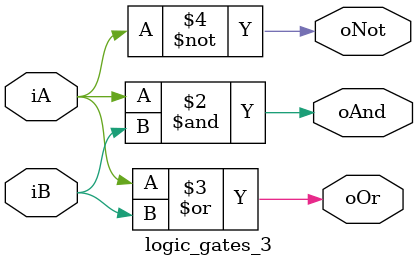
<source format=v>
module logic_gates_3(iA,iB,oAnd,oOr,oNot);
    input iA, iB;
    output oAnd,oOr,oNot;
    reg oAnd, oOr, oNot;
    always @ (*)
    begin
        oAnd=iA & iB;
        oOr=iA| iB;
        oNot=~iA;
    end
endmodule
</source>
